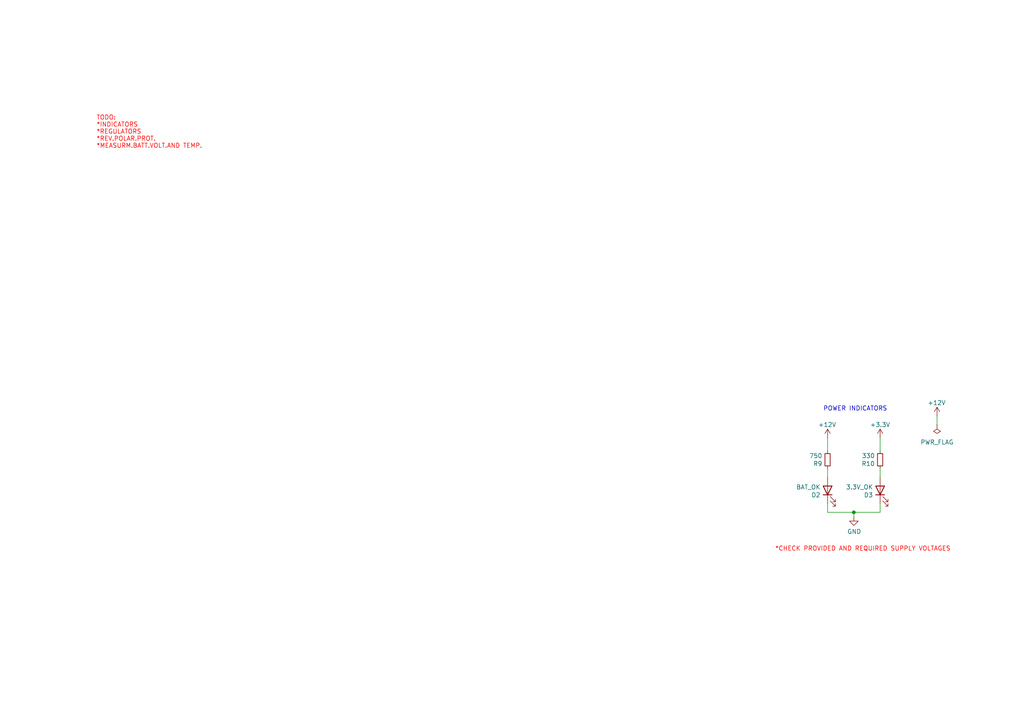
<source format=kicad_sch>
(kicad_sch (version 20230121) (generator eeschema)
  (paper "A4")
  (lib_symbols
    (symbol "Device:LED" (pin_numbers hide) (pin_names (offset 1.016) hide)
      (property "Reference" "D" (at 0 2.54 0))
      (property "Value" "LED" (at 0 -2.54 0))
      (symbol "LED_0_1"
        (polyline (pts (xy -1.27 -1.27) (xy -1.27 1.27)) (stroke (width 0.254)))
        (polyline (pts (xy -1.27 0) (xy 1.27 0)))
        (polyline (pts (xy 1.27 -1.27) (xy 1.27 1.27) (xy -1.27 0) (xy 1.27 -1.27)) (stroke (width 0.254)))
        (polyline (pts (xy -3.048 -0.762) (xy -4.572 -2.286) (xy -3.81 -2.286) (xy -4.572 -2.286) (xy -4.572 -1.524)))
        (polyline (pts (xy -1.778 -0.762) (xy -3.302 -2.286) (xy -2.54 -2.286) (xy -3.302 -2.286) (xy -3.302 -1.524)))
      )
      (symbol "LED_1_1"
        (pin passive line (at -3.81 0 0) (length 2.54) (name "K") (number "1"))
        (pin passive line (at 3.81 0 180) (length 2.54) (name "A") (number "2"))
      )
    )
    (symbol "Device:R_Small" (pin_numbers hide) (pin_names (offset 0.254) hide)
      (property "Reference" "R" (at 0.762 0.508 0))
      (property "Value" "R_Small" (at 0.762 -1.016 0))
      (symbol "R_Small_0_1"
        (rectangle (start -0.762 1.778) (end 0.762 -1.778) (stroke (width 0.2032)))
      )
      (symbol "R_Small_1_1"
        (pin passive line (at 0 2.54 270) (length 0.762) (name "~") (number "1"))
        (pin passive line (at 0 -2.54 90) (length 0.762) (name "~") (number "2"))
      )
    )
    (symbol "power:+12V" (power) (pin_names (offset 0))
      (property "Value" "+12V" (at 0 3.556 0))
      (symbol "+12V_0_1"
        (polyline (pts (xy -0.762 1.27) (xy 0 2.54)))
        (polyline (pts (xy 0 0) (xy 0 2.54)))
        (polyline (pts (xy 0 2.54) (xy 0.762 1.27)))
      )
      (symbol "+12V_1_1"
        (pin power_in line (at 0 0 90) (length 0) hide (name "+12V") (number "1"))
      )
    )
    (symbol "power:+3.3V" (power) (pin_names (offset 0))
      (property "Value" "+3.3V" (at 0 3.556 0))
      (symbol "+3.3V_0_1"
        (polyline (pts (xy -0.762 1.27) (xy 0 2.54)))
        (polyline (pts (xy 0 0) (xy 0 2.54)))
        (polyline (pts (xy 0 2.54) (xy 0.762 1.27)))
      )
      (symbol "+3.3V_1_1"
        (pin power_in line (at 0 0 90) (length 0) hide (name "+3.3V") (number "1"))
      )
    )
    (symbol "power:GND" (power) (pin_names (offset 0))
      (property "Value" "GND" (at 0 -3.81 0))
      (symbol "GND_0_1"
        (polyline (pts (xy 0 0) (xy 0 -1.27) (xy 1.27 -1.27) (xy 0 -2.54) (xy -1.27 -1.27) (xy 0 -1.27)))
      )
      (symbol "GND_1_1"
        (pin power_in line (at 0 0 270) (length 0) hide (name "GND") (number "1"))
      )
    )
    (symbol "power:PWR_FLAG" (power) (pin_numbers hide) (pin_names (offset 0) hide)
      (property "Value" "PWR_FLAG" (at 0 3.81 0))
      (symbol "PWR_FLAG_0_0"
        (pin power_out line (at 0 0 90) (length 0) (name "pwr") (number "1"))
      )
      (symbol "PWR_FLAG_0_1"
        (polyline (pts (xy 0 0) (xy 0 1.27) (xy -1.016 1.905) (xy 0 2.54) (xy 1.016 1.905) (xy 0 1.27)))
      )
    )
  )
  (junction (at 247.65 148.59))
  (wire (pts (xy 271.78 120.65) (xy 271.78 123.19)))
  (wire (pts (xy 255.27 148.59) (xy 255.27 146.05)))
  (wire (pts (xy 240.03 138.43) (xy 240.03 135.89)))
  (wire (pts (xy 247.65 148.59) (xy 255.27 148.59)))
  (wire (pts (xy 240.03 148.59) (xy 247.65 148.59)))
  (wire (pts (xy 255.27 130.81) (xy 255.27 127)))
  (wire (pts (xy 240.03 130.81) (xy 240.03 127)))
  (wire (pts (xy 247.65 149.86) (xy 247.65 148.59)))
  (wire (pts (xy 240.03 146.05) (xy 240.03 148.59)))
  (wire (pts (xy 255.27 135.89) (xy 255.27 138.43)))
  (text "*CHECK PROVIDED AND REQUIRED SUPPLY VOLTAGES" (at 224.79 160.02 0) (effects (font (size 1.27 1.27)) (justify left bottom)))
  (text "POWER INDICATORS" (at 238.76 119.38 0) (effects (font (size 1.27 1.27)) (justify left bottom)))
  (text "TODO:\n*INDICATORS\n*REGULATORS\n*REV.POLAR.PROT.\n*MEASURM.BATT.VOLT.AND TEMP." (at 27.94 43.18 0) (effects (font (size 1.27 1.27)) (justify left bottom)))
  (symbol (lib_id "power:+12V") (at 240.03 127 0) (unit 1)
    (property "Reference" "#PWR03" (effects hide))
    (property "Value" "+12V" (at 242.57 123.19 0) (effects (justify right)))
    (instances (project "RevA_Mecanismos" (path "" (reference "#PWR03") (unit 1))) (project "IO_module" (path "" (reference "#PWR0163") (unit 1))))
  )
  (symbol (lib_id "Device:LED") (at 240.03 142.24 90) (unit 1)
    (property "Reference" "D2" (at 237.9979 143.5799 90) (effects (justify left)))
    (property "Value" "BAT_OK" (at 237.998 141.281 90) (effects (justify left)))
    (property "Footprint" "LED_SMD:LED_0603_1608Metric" (effects hide))
    (property "PartNumber" "150060RS75000" (effects hide))
    (property "LCSC" "C181863" (effects hide))
  )
  (symbol (lib_id "power:+3.3V") (at 255.27 127 0) (unit 1)
    (property "Reference" "#PWR018" (effects hide))
    (property "Value" "+3.3V" (at 255.27 123.19 0))
    (instances (project "RevA_Mecanismos" (path "" (reference "#PWR018") (unit 1))) (project "IO_module" (path "" (reference "#PWR0162") (unit 1))))
  )
  (symbol (lib_id "Device:R_Small") (at 255.27 133.35 180) (unit 1)
    (property "Reference" "R10" (at 253.7713 134.4994 0) (effects (justify left)))
    (property "Value" "330" (at 253.771 132.201 0) (effects (justify left)))
    (property "Footprint" "Resistor_SMD:R_0603_1608Metric" (effects hide))
    (property "PartNumber" "CRCW0603255KFKEAC" (effects hide))
    (property "LCSC" "C328420" (effects hide))
    (instances (project "RevA_Mecanismos" (path "" (reference "R10") (unit 1))) (project "IO_module" (path "" (reference "R11") (unit 1))))
  )
  (symbol (lib_id "power:+12V") (at 271.78 120.65 0) (unit 1)
    (property "Reference" "#PWR031" (effects hide))
    (property "Value" "+12V" (at 274.32 116.84 0) (effects (justify right)))
    (instances (project "RevA_Mecanismos" (path "" (reference "#PWR031") (unit 1))) (project "IO_module" (path "" (reference "#PWR0163") (unit 1))))
  )
  (symbol (lib_id "Device:LED") (at 255.27 142.24 90) (unit 1)
    (property "Reference" "D3" (at 253.2379 143.5799 90) (effects (justify left)))
    (property "Value" "3.3V_OK" (at 253.238 141.281 90) (effects (justify left)))
    (property "Footprint" "LED_SMD:LED_0603_1608Metric" (effects hide))
    (property "PartNumber" "150060RS75000" (effects hide))
    (property "LCSC" "C181863" (effects hide))
    (instances (project "RevA_Mecanismos" (path "" (reference "D3") (unit 1))) (project "IO_module" (path "" (reference "D4") (unit 1))))
  )
  (symbol (lib_id "power:GND") (at 247.65 149.86 0) (unit 1)
    (property "Reference" "#PWR012" (effects hide))
    (property "Value" "GND" (at 247.7643 154.1844 0))
    (instances (project "RevA_Mecanismos" (path "" (reference "#PWR012") (unit 1))) (project "IO_module" (path "" (reference "#PWR0165") (unit 1))))
  )
  (symbol (lib_id "power:PWR_FLAG") (at 271.78 123.19 180) (unit 1)
    (property "Reference" "#FLG03" (effects hide))
    (property "Value" "PWR_FLAG" (at 271.78 128.27 0))
    (instances (project "RevA_Mecanismos" (path "" (reference "#FLG03") (unit 1)) (path "" (reference "#FLG04") (unit 1))) (project "IO_module" (path "" (reference "#FLG0101") (unit 1))))
  )
  (symbol (lib_id "Device:R_Small") (at 240.03 133.35 180) (unit 1)
    (property "Reference" "R9" (at 238.5313 134.4994 0) (effects (justify left)))
    (property "Value" "750" (at 238.531 132.201 0) (effects (justify left)))
    (property "Footprint" "Resistor_SMD:R_0603_1608Metric" (effects hide))
    (property "PartNumber" "RGT1608P-821-B-T5" (effects hide))
    (property "LCSC" "C101202" (effects hide))
  )
)
</source>
